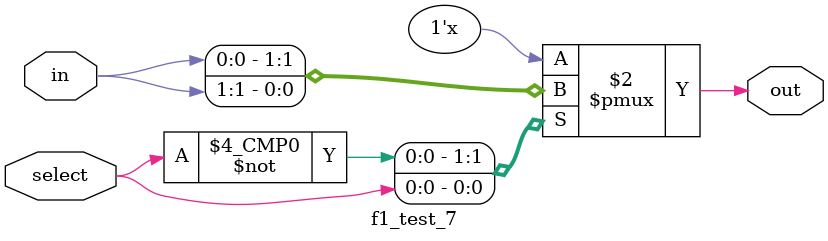
<source format=v>
module f1_test_7(input [1:0] in, input select, output reg out);
always @( in or select)
    case (select)
	    0: out = in[0];
	    1: out = in[1];
	endcase
endmodule
</source>
